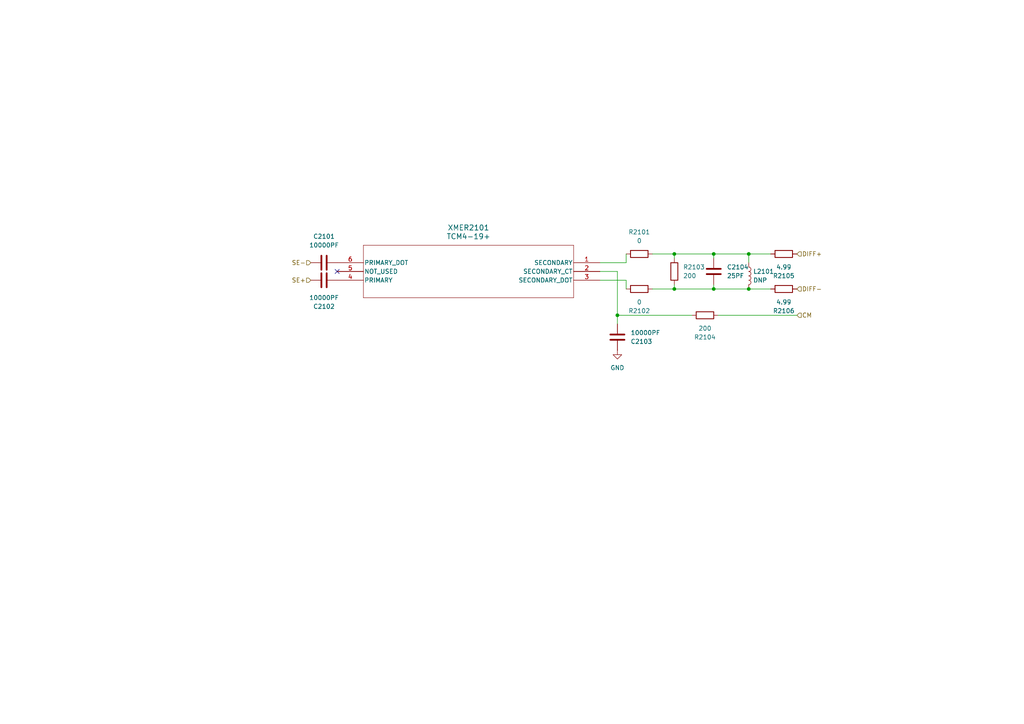
<source format=kicad_sch>
(kicad_sch (version 20231120) (generator "eeschema") (generator_version "8.0")
  (paper "A4")
  (lib_symbols
    (symbol "001_symbol:TCM4-19+" (pin_names (offset 0.254))
      (property "Reference" "XMER" (at 38.1 10.16 0))
      (property "Value" "TCM4-19+" (at 38.1 7.62 0))
      (symbol "TCM4-19+_0_1"
        (polyline (pts (xy 7.62 -10.16) (xy 68.58 -10.16)) (stroke (width 0.127)))
        (polyline (pts (xy 7.62 5.08) (xy 7.62 -10.16)) (stroke (width 0.127)))
        (polyline (pts (xy 68.58 -10.16) (xy 68.58 5.08)) (stroke (width 0.127)))
        (polyline (pts (xy 68.58 5.08) (xy 7.62 5.08)) (stroke (width 0.127)))
        (pin unspecified line (at 0 0 0) (length 7.62) (name "SECONDARY") (number "1"))
        (pin unspecified line (at 0 -2.54 0) (length 7.62) (name "SECONDARY_CT") (number "2"))
        (pin unspecified line (at 0 -5.08 0) (length 7.62) (name "SECONDARY_DOT") (number "3"))
        (pin unspecified line (at 76.2 -5.08 180) (length 7.62) (name "PRIMARY") (number "4"))
        (pin unspecified line (at 76.2 -2.54 180) (length 7.62) (name "NOT_USED") (number "5"))
        (pin unspecified line (at 76.2 0 180) (length 7.62) (name "PRIMARY_DOT") (number "6"))
      )
    )
    (symbol "Device:C" (pin_numbers hide) (pin_names (offset 0.254))
      (property "Reference" "C" (at 0.635 2.54 0))
      (property "Value" "C" (at 0.635 -2.54 0))
      (symbol "C_0_1"
        (polyline (pts (xy -2.032 -0.762) (xy 2.032 -0.762)) (stroke (width 0.508)))
        (polyline (pts (xy -2.032 0.762) (xy 2.032 0.762)) (stroke (width 0.508)))
      )
      (symbol "C_1_1"
        (pin passive line (at 0 3.81 270) (length 2.794) (name "~") (number "1"))
        (pin passive line (at 0 -3.81 90) (length 2.794) (name "~") (number "2"))
      )
    )
    (symbol "Device:L" (pin_numbers hide) (pin_names (offset 1.016) hide)
      (property "Reference" "L" (at -1.27 0 90))
      (property "Value" "L" (at 1.905 0 90))
      (symbol "L_0_1"
        (arc (start 0 -2.54) (mid 0.6323 -1.905) (end 0 -1.27))
        (arc (start 0 -1.27) (mid 0.6323 -0.635) (end 0 0))
        (arc (start 0 0) (mid 0.6323 0.635) (end 0 1.27))
        (arc (start 0 1.27) (mid 0.6323 1.905) (end 0 2.54))
      )
      (symbol "L_1_1"
        (pin passive line (at 0 3.81 270) (length 1.27) (name "1") (number "1"))
        (pin passive line (at 0 -3.81 90) (length 1.27) (name "2") (number "2"))
      )
    )
    (symbol "Device:R" (pin_numbers hide) (pin_names (offset 0))
      (property "Reference" "R" (at 2.032 0 90))
      (property "Value" "R" (at 0 0 90))
      (symbol "R_0_1"
        (rectangle (start -1.016 -2.54) (end 1.016 2.54) (stroke (width 0.254)))
      )
      (symbol "R_1_1"
        (pin passive line (at 0 3.81 270) (length 1.27) (name "~") (number "1"))
        (pin passive line (at 0 -3.81 90) (length 1.27) (name "~") (number "2"))
      )
    )
    (symbol "power:GND" (power) (pin_numbers hide) (pin_names (offset 0) hide)
      (property "Value" "GND" (at 0 -3.81 0))
      (symbol "GND_0_1"
        (polyline (pts (xy 0 0) (xy 0 -1.27) (xy 1.27 -1.27) (xy 0 -2.54) (xy -1.27 -1.27) (xy 0 -1.27)))
      )
      (symbol "GND_1_1"
        (pin power_in line (at 0 0 270) (length 0) (name "~") (number "1"))
      )
    )
  )
  (junction (at 207.01 83.82))
  (junction (at 195.58 83.82))
  (junction (at 217.17 83.82))
  (junction (at 179.07 91.44))
  (junction (at 207.01 73.66))
  (junction (at 217.17 73.66))
  (junction (at 195.58 73.66))
  (no_connect (at 97.79 78.74))
  (wire (pts (xy 181.61 81.28) (xy 181.61 83.82)))
  (wire (pts (xy 181.61 76.2) (xy 181.61 73.66)))
  (wire (pts (xy 207.01 82.55) (xy 207.01 83.82)))
  (wire (pts (xy 217.17 83.82) (xy 223.52 83.82)))
  (wire (pts (xy 217.17 73.66) (xy 223.52 73.66)))
  (wire (pts (xy 173.99 76.2) (xy 181.61 76.2)))
  (wire (pts (xy 179.07 91.44) (xy 200.66 91.44)))
  (wire (pts (xy 179.07 78.74) (xy 179.07 91.44)))
  (wire (pts (xy 173.99 81.28) (xy 181.61 81.28)))
  (wire (pts (xy 208.28 91.44) (xy 231.14 91.44)))
  (wire (pts (xy 207.01 73.66) (xy 217.17 73.66)))
  (wire (pts (xy 195.58 73.66) (xy 195.58 74.93)))
  (wire (pts (xy 195.58 83.82) (xy 195.58 82.55)))
  (wire (pts (xy 173.99 78.74) (xy 179.07 78.74)))
  (wire (pts (xy 189.23 73.66) (xy 195.58 73.66)))
  (wire (pts (xy 217.17 73.66) (xy 217.17 76.2)))
  (wire (pts (xy 207.01 74.93) (xy 207.01 73.66)))
  (wire (pts (xy 207.01 83.82) (xy 217.17 83.82)))
  (wire (pts (xy 207.01 83.82) (xy 195.58 83.82)))
  (wire (pts (xy 179.07 91.44) (xy 179.07 93.98)))
  (wire (pts (xy 207.01 73.66) (xy 195.58 73.66)))
  (wire (pts (xy 189.23 83.82) (xy 195.58 83.82)))
  (hierarchical_label "SE-" (shape input) (at 90.17 76.2 180))
  (hierarchical_label "DIFF-" (shape input) (at 231.14 83.82 0))
  (hierarchical_label "SE+" (shape input) (at 90.17 81.28 180))
  (hierarchical_label "CM" (shape input) (at 231.14 91.44 0))
  (hierarchical_label "DIFF+" (shape input) (at 231.14 73.66 0))
  (symbol (lib_id "Device:R") (at 227.33 83.82 90) (mirror x) (unit 1)
    (property "Reference" "R2106" (at 227.33 90.17 90))
    (property "Value" "4.99" (at 227.33 87.63 90))
    (property "Footprint" "Resistor_SMD:R_0603_1608Metric" (effects (hide yes)))
    (property "Description" "Resistor" (effects (hide yes)))
    (property "Vendor" "digikey:311-4.99HRCT-ND" (effects (hide yes)))
    (instances (project "kdigitizer" (path "" (reference "R2106") (unit 1)) (path "" (reference "R2206") (unit 1)) (path "" (reference "R2306") (unit 1)) (path "" (reference "R2406") (unit 1)) (path "" (reference "R606") (unit 1)) (path "" (reference "R506") (unit 1)) (path "" (reference "R406") (unit 1)) (path "" (reference "R306") (unit 1))))
  )
  (symbol (lib_id "Device:L") (at 217.17 80.01 0) (unit 1)
    (property "Reference" "L2101" (at 218.44 78.7399 0) (effects (justify left)))
    (property "Value" "DNP" (at 218.44 81.2799 0) (effects (justify left)))
    (property "Footprint" "Inductor_SMD:L_0603_1608Metric" (effects (hide yes)))
    (property "Description" "Inductor" (effects (hide yes)))
    (instances (project "kdigitizer" (path "" (reference "L2101") (unit 1)) (path "" (reference "L2201") (unit 1)) (path "" (reference "L2301") (unit 1)) (path "" (reference "L2401") (unit 1)) (path "" (reference "L601") (unit 1)) (path "" (reference "L501") (unit 1)) (path "" (reference "L401") (unit 1)) (path "" (reference "L301") (unit 1))))
  )
  (symbol (lib_id "001_symbol:TCM4-19+") (at 173.99 76.2 0) (mirror y) (unit 1)
    (property "Reference" "XMER2101" (at 135.89 66.04 0) (effects (font (size 1.524 1.524))))
    (property "Value" "TCM4-19+" (at 135.89 68.58 0) (effects (font (size 1.524 1.524))))
    (property "Footprint" "001_download:DB714_MNC" (effects (hide yes)))
    (property "Datasheet" "TCM4-19+" (effects (hide yes)))
    (property "Vendor" "digikey:TCM4-19+" (effects (hide yes)))
    (instances (project "kdigitizer" (path "" (reference "XMER2101") (unit 1)) (path "" (reference "XMER2201") (unit 1)) (path "" (reference "XMER2301") (unit 1)) (path "" (reference "XMER2401") (unit 1)) (path "" (reference "XMER601") (unit 1)) (path "" (reference "XMER501") (unit 1)) (path "" (reference "XMER401") (unit 1)) (path "" (reference "XMER301") (unit 1))))
  )
  (symbol (lib_id "Device:C") (at 93.98 81.28 90) (mirror x) (unit 1)
    (property "Reference" "C2102" (at 93.98 88.9 90))
    (property "Value" "10000PF" (at 93.98 86.36 90))
    (property "Footprint" "Capacitor_SMD:C_0603_1608Metric" (effects (hide yes)))
    (property "Description" "Unpolarized capacitor" (effects (hide yes)))
    (property "Vendor" "digikey:445-2664-1-ND" (effects (hide yes)))
    (instances (project "kdigitizer" (path "" (reference "C2102") (unit 1)) (path "" (reference "C2202") (unit 1)) (path "" (reference "C2302") (unit 1)) (path "" (reference "C2402") (unit 1)) (path "" (reference "C602") (unit 1)) (path "" (reference "C502") (unit 1)) (path "" (reference "C402") (unit 1)) (path "" (reference "C302") (unit 1))))
  )
  (symbol (lib_id "Device:C") (at 93.98 76.2 90) (unit 1)
    (property "Reference" "C2101" (at 93.98 68.58 90))
    (property "Value" "10000PF" (at 93.98 71.12 90))
    (property "Footprint" "Capacitor_SMD:C_0603_1608Metric" (effects (hide yes)))
    (property "Description" "Unpolarized capacitor" (effects (hide yes)))
    (property "Vendor" "digikey:445-2664-1-ND" (effects (hide yes)))
    (instances (project "kdigitizer" (path "" (reference "C2101") (unit 1)) (path "" (reference "C2201") (unit 1)) (path "" (reference "C2301") (unit 1)) (path "" (reference "C2401") (unit 1)) (path "" (reference "C601") (unit 1)) (path "" (reference "C501") (unit 1)) (path "" (reference "C401") (unit 1)) (path "" (reference "C301") (unit 1))))
  )
  (symbol (lib_id "Device:R") (at 195.58 78.74 0) (unit 1)
    (property "Reference" "R2103" (at 198.12 77.4699 0) (effects (justify left)))
    (property "Value" "200" (at 198.12 80.0099 0) (effects (justify left)))
    (property "Footprint" "Resistor_SMD:R_0603_1608Metric" (effects (hide yes)))
    (property "Description" "Resistor" (effects (hide yes)))
    (property "Vendor" "digikey:RR08P200DCT-ND" (effects (hide yes)))
    (instances (project "kdigitizer" (path "" (reference "R2103") (unit 1)) (path "" (reference "R2203") (unit 1)) (path "" (reference "R2303") (unit 1)) (path "" (reference "R2403") (unit 1)) (path "" (reference "R603") (unit 1)) (path "" (reference "R503") (unit 1)) (path "" (reference "R403") (unit 1)) (path "" (reference "R303") (unit 1))))
  )
  (symbol (lib_id "Device:R") (at 185.42 73.66 90) (unit 1)
    (property "Reference" "R2101" (at 185.42 67.31 90))
    (property "Value" "0" (at 185.42 69.85 90))
    (property "Footprint" "Resistor_SMD:R_0603_1608Metric" (effects (hide yes)))
    (property "Description" "Resistor" (effects (hide yes)))
    (property "Vendor" "digikey:P0.0GCT-ND" (effects (hide yes)))
    (instances (project "kdigitizer" (path "" (reference "R2101") (unit 1)) (path "" (reference "R2201") (unit 1)) (path "" (reference "R2301") (unit 1)) (path "" (reference "R2401") (unit 1)) (path "" (reference "R601") (unit 1)) (path "" (reference "R501") (unit 1)) (path "" (reference "R401") (unit 1)) (path "" (reference "R301") (unit 1))))
  )
  (symbol (lib_id "Device:R") (at 185.42 83.82 90) (mirror x) (unit 1)
    (property "Reference" "R2102" (at 185.42 90.17 90))
    (property "Value" "0" (at 185.42 87.63 90))
    (property "Footprint" "Resistor_SMD:R_0603_1608Metric" (effects (hide yes)))
    (property "Description" "Resistor" (effects (hide yes)))
    (property "Vendor" "digikey:P0.0GCT-ND" (effects (hide yes)))
    (instances (project "kdigitizer" (path "" (reference "R2102") (unit 1)) (path "" (reference "R2202") (unit 1)) (path "" (reference "R2302") (unit 1)) (path "" (reference "R2402") (unit 1)) (path "" (reference "R602") (unit 1)) (path "" (reference "R502") (unit 1)) (path "" (reference "R402") (unit 1)) (path "" (reference "R302") (unit 1))))
  )
  (symbol (lib_id "Device:C") (at 207.01 78.74 0) (unit 1)
    (property "Reference" "C2104" (at 210.82 77.4699 0) (effects (justify left)))
    (property "Value" "25PF" (at 210.82 80.0099 0) (effects (justify left)))
    (property "Footprint" "Capacitor_SMD:C_0603_1608Metric" (effects (hide yes)))
    (property "Description" "Unpolarized capacitor" (effects (hide yes)))
    (property "Vendor" "digikey:1276-2244-1-ND" (effects (hide yes)))
    (instances (project "kdigitizer" (path "" (reference "C2104") (unit 1)) (path "" (reference "C2204") (unit 1)) (path "" (reference "C2304") (unit 1)) (path "" (reference "C2404") (unit 1)) (path "" (reference "C604") (unit 1)) (path "" (reference "C504") (unit 1)) (path "" (reference "C404") (unit 1)) (path "" (reference "C304") (unit 1))))
  )
  (symbol (lib_id "Device:C") (at 179.07 97.79 0) (mirror x) (unit 1)
    (property "Reference" "C2103" (at 182.88 99.0601 0) (effects (justify left)))
    (property "Value" "10000PF" (at 182.88 96.5201 0) (effects (justify left)))
    (property "Footprint" "Capacitor_SMD:C_0603_1608Metric" (effects (hide yes)))
    (property "Description" "Unpolarized capacitor" (effects (hide yes)))
    (property "Vendor" "digikey:445-2664-1-ND" (effects (hide yes)))
    (instances (project "kdigitizer" (path "" (reference "C2103") (unit 1)) (path "" (reference "C2203") (unit 1)) (path "" (reference "C2303") (unit 1)) (path "" (reference "C2403") (unit 1)) (path "" (reference "C603") (unit 1)) (path "" (reference "C503") (unit 1)) (path "" (reference "C403") (unit 1)) (path "" (reference "C303") (unit 1))))
  )
  (symbol (lib_id "power:GND") (at 179.07 101.6 0) (unit 1)
    (property "Reference" "#PWR02101" (effects (hide yes)))
    (property "Value" "GND" (at 179.07 106.68 0))
    (property "Description" "Power symbol creates a global label with name \"GND\" , ground" (effects (hide yes)))
    (instances (project "kdigitizer" (path "" (reference "#PWR02101") (unit 1)) (path "" (reference "#PWR02201") (unit 1)) (path "" (reference "#PWR02301") (unit 1)) (path "" (reference "#PWR02401") (unit 1)) (path "" (reference "#PWR0601") (unit 1)) (path "" (reference "#PWR0501") (unit 1)) (path "" (reference "#PWR0401") (unit 1)) (path "" (reference "#PWR0301") (unit 1))))
  )
  (symbol (lib_id "Device:R") (at 227.33 73.66 90) (mirror x) (unit 1)
    (property "Reference" "R2105" (at 227.33 80.01 90))
    (property "Value" "4.99" (at 227.33 77.47 90))
    (property "Footprint" "Resistor_SMD:R_0603_1608Metric" (effects (hide yes)))
    (property "Description" "Resistor" (effects (hide yes)))
    (property "Vendor" "digikey:311-4.99HRCT-ND" (effects (hide yes)))
    (instances (project "kdigitizer" (path "" (reference "R2105") (unit 1)) (path "" (reference "R2205") (unit 1)) (path "" (reference "R2305") (unit 1)) (path "" (reference "R2405") (unit 1)) (path "" (reference "R605") (unit 1)) (path "" (reference "R505") (unit 1)) (path "" (reference "R405") (unit 1)) (path "" (reference "R305") (unit 1))))
  )
  (symbol (lib_id "Device:R") (at 204.47 91.44 90) (mirror x) (unit 1)
    (property "Reference" "R2104" (at 204.47 97.79 90))
    (property "Value" "200" (at 204.47 95.25 90))
    (property "Footprint" "Resistor_SMD:R_0603_1608Metric" (effects (hide yes)))
    (property "Description" "Resistor" (effects (hide yes)))
    (property "Vendor" "digikey:RR08P200DCT-ND" (effects (hide yes)))
    (instances (project "kdigitizer" (path "" (reference "R2104") (unit 1)) (path "" (reference "R2204") (unit 1)) (path "" (reference "R2304") (unit 1)) (path "" (reference "R2404") (unit 1)) (path "" (reference "R604") (unit 1)) (path "" (reference "R504") (unit 1)) (path "" (reference "R404") (unit 1)) (path "" (reference "R304") (unit 1))))
  )
)
</source>
